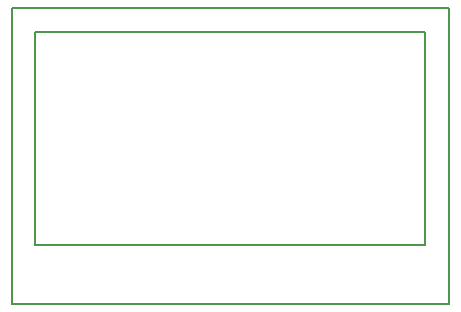
<source format=gbr>
%TF.GenerationSoftware,KiCad,Pcbnew,7.0.2*%
%TF.CreationDate,2025-01-10T16:23:45-06:00*%
%TF.ProjectId,gateDr_displayboard,67617465-4472-45f6-9469-73706c617962,rev?*%
%TF.SameCoordinates,Original*%
%TF.FileFunction,Legend,Top*%
%TF.FilePolarity,Positive*%
%FSLAX46Y46*%
G04 Gerber Fmt 4.6, Leading zero omitted, Abs format (unit mm)*
G04 Created by KiCad (PCBNEW 7.0.2) date 2025-01-10 16:23:45*
%MOMM*%
%LPD*%
G01*
G04 APERTURE LIST*
%ADD10C,0.150000*%
G04 APERTURE END LIST*
D10*
X58750000Y-70750000D02*
X91750000Y-70750000D01*
X91750000Y-88750000D01*
X58750000Y-88750000D01*
X58750000Y-70750000D01*
X56750000Y-68750000D02*
X93750000Y-68750000D01*
X93750000Y-93750000D01*
X56750000Y-93750000D01*
X56750000Y-68750000D01*
M02*

</source>
